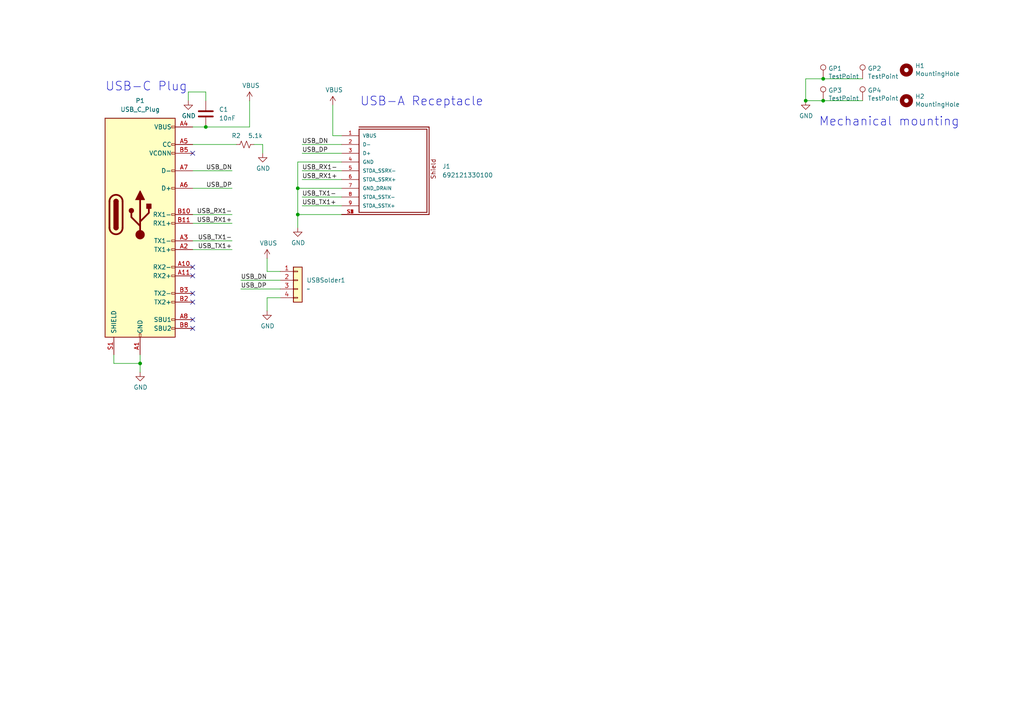
<source format=kicad_sch>
(kicad_sch (version 20250114) (generator "eeschema") (generator_version "9.0")
  (paper "A4")
  (title_block (title "Expansion Card Template") (date "2020-12-12") (rev "X1") (company "Framework") (comment 1 "This work is licensed under a Creative Commons Attribution 4.0 International License") (comment 4 "https://frame.work"))
  (lib_symbols
    (symbol "692121330100:692121330100" (pin_names (offset 1.016))
      (property "Reference" "J" (at 0 13.97 0))
      (property "Value" "692121330100" (at 0 -15.24 0))
      (symbol "692121330100_0_0"
        (polyline (pts (xy -10.16 12.065) (xy 9.525 12.065)) (stroke (width 0.254)))
        (polyline (pts (xy -10.16 -12.065) (xy -10.16 12.065)) (stroke (width 0.254)))
        (polyline (pts (xy 9.525 12.065) (xy 9.525 -12.065)) (stroke (width 0.254)))
        (polyline (pts (xy 9.525 -12.065) (xy -10.16 -12.065)) (stroke (width 0.254)))
        (polyline (pts (xy 10.16 12.7) (xy -10.16 12.7)) (stroke (width 0.254)))
        (polyline (pts (xy 10.16 12.7) (xy 10.16 -12.7)) (stroke (width 0.254)))
        (polyline (pts (xy 10.16 -12.7) (xy -10.16 -12.7)) (stroke (width 0.254)))
        (text "Shield" (at 12.14 -2.5 900) (effects (font (size 1.27 1.27)) (justify left bottom)))
        (pin passive line (at -15.24 10.16 0) (length 5.08) (name "VBUS") (number "1"))
        (pin passive line (at -15.24 7.62 0) (length 5.08) (name "D-") (number "2"))
        (pin passive line (at -15.24 5.08 0) (length 5.08) (name "D+") (number "3"))
        (pin passive line (at -15.24 2.54 0) (length 5.08) (name "GND") (number "4"))
        (pin passive line (at -15.24 0 0) (length 5.08) (name "STDA_SSRX-") (number "5"))
        (pin passive line (at -15.24 -2.54 0) (length 5.08) (name "STDA_SSRX+") (number "6"))
        (pin passive line (at -15.24 -5.08 0) (length 5.08) (name "GND_DRAIN") (number "7"))
        (pin passive line (at -15.24 -7.62 0) (length 5.08) (name "STDA_SSTX-") (number "8"))
        (pin passive line (at -15.24 -10.16 0) (length 5.08) (name "STDA_SSTX+") (number "9"))
        (pin passive line (at -15.24 -12.7 0) (length 5.08) (name "~") (number "S1"))
        (pin passive line (at -15.24 -12.7 0) (length 5.08) (name "~") (number "S2"))
        (pin passive line (at -15.24 -12.7 0) (length 5.08) (name "~") (number "S3"))
        (pin passive line (at -15.24 -12.7 0) (length 5.08) (name "~") (number "S4"))
      )
    )
    (symbol "Connector:TestPoint" (pin_numbers (hide yes)) (pin_names (offset 0.762) (hide yes))
      (property "Reference" "TP" (at 0 6.858 0))
      (property "Value" "TestPoint" (at 0 5.08 0))
      (symbol "TestPoint_0_1"
        (circle (center 0 3.302) (radius 0.762))
      )
      (symbol "TestPoint_1_1"
        (pin passive line (at 0 0 90) (length 2.54) (name "1") (number "1"))
      )
    )
    (symbol "Connector:USB_C_Plug" (pin_names (offset 1.016))
      (property "Reference" "P" (at -10.16 29.21 0))
      (property "Value" "USB_C_Plug" (at 10.16 29.21 0))
      (symbol "USB_C_Plug_0_0"
        (rectangle (start -0.254 -35.56) (end 0.254 -34.544))
        (rectangle (start 10.16 25.654) (end 9.144 25.146))
        (rectangle (start 10.16 20.574) (end 9.144 20.066))
        (rectangle (start 10.16 18.034) (end 9.144 17.526))
        (rectangle (start 10.16 12.954) (end 9.144 12.446))
        (rectangle (start 10.16 7.874) (end 9.144 7.366))
        (rectangle (start 10.16 0.254) (end 9.144 -0.254))
        (rectangle (start 10.16 -2.286) (end 9.144 -2.794))
        (rectangle (start 10.16 -7.366) (end 9.144 -7.874))
        (rectangle (start 10.16 -9.906) (end 9.144 -10.414))
        (rectangle (start 10.16 -14.986) (end 9.144 -15.494))
        (rectangle (start 10.16 -17.526) (end 9.144 -18.034))
        (rectangle (start 10.16 -22.606) (end 9.144 -23.114))
        (rectangle (start 10.16 -25.146) (end 9.144 -25.654))
        (rectangle (start 10.16 -30.226) (end 9.144 -30.734))
        (rectangle (start 10.16 -32.766) (end 9.144 -33.274))
      )
      (symbol "USB_C_Plug_0_1"
        (rectangle (start -10.16 27.94) (end 10.16 -35.56) (stroke (width 0.254)) (fill (type background)))
        (polyline (pts (xy -8.89 -3.81) (xy -8.89 3.81)) (stroke (width 0.508)))
        (rectangle (start -7.62 -3.81) (end -6.35 3.81) (stroke (width 0.254)) (fill (type outline)))
        (arc (start -7.62 3.81) (mid -6.985 4.4423) (end -6.35 3.81) (stroke (width 0.254)))
        (arc (start -7.62 3.81) (mid -6.985 4.4423) (end -6.35 3.81) (stroke (width 0.254)) (fill (type outline)))
        (arc (start -8.89 3.81) (mid -6.985 5.7067) (end -5.08 3.81) (stroke (width 0.508)))
        (arc (start -5.08 -3.81) (mid -6.985 -5.7067) (end -8.89 -3.81) (stroke (width 0.508)))
        (arc (start -6.35 -3.81) (mid -6.985 -4.4423) (end -7.62 -3.81) (stroke (width 0.254)))
        (arc (start -6.35 -3.81) (mid -6.985 -4.4423) (end -7.62 -3.81) (stroke (width 0.254)) (fill (type outline)))
        (polyline (pts (xy -5.08 3.81) (xy -5.08 -3.81)) (stroke (width 0.508)))
      )
      (symbol "USB_C_Plug_1_1"
        (circle (center -2.54 1.143) (radius 0.635) (stroke (width 0.254)) (fill (type outline)))
        (polyline (pts (xy -1.27 4.318) (xy 0 6.858) (xy 1.27 4.318) (xy -1.27 4.318)) (stroke (width 0.254)) (fill (type outline)))
        (polyline (pts (xy 0 -2.032) (xy 2.54 0.508) (xy 2.54 1.778)) (stroke (width 0.508)))
        (polyline (pts (xy 0 -3.302) (xy -2.54 -0.762) (xy -2.54 0.508)) (stroke (width 0.508)))
        (polyline (pts (xy 0 -5.842) (xy 0 4.318)) (stroke (width 0.508)))
        (circle (center 0 -5.842) (radius 1.27) (fill (type outline)))
        (rectangle (start 1.905 1.778) (end 3.175 3.048) (stroke (width 0.254)) (fill (type outline)))
        (pin passive line (at -7.62 -40.64 90) (length 5.08) (name "SHIELD") (number "S1"))
        (pin passive line (at 0 -40.64 90) (length 5.08) (name "GND") (number "A1"))
        (pin passive line (at 0 -40.64 90) (length 5.08) (hide yes) (name "GND") (number "A12"))
        (pin passive line (at 0 -40.64 90) (length 5.08) (hide yes) (name "GND") (number "B1"))
        (pin passive line (at 0 -40.64 90) (length 5.08) (hide yes) (name "GND") (number "B12"))
        (pin passive line (at 15.24 25.4 180) (length 5.08) (name "VBUS") (number "A4"))
        (pin passive line (at 15.24 25.4 180) (length 5.08) (hide yes) (name "VBUS") (number "A9"))
        (pin passive line (at 15.24 25.4 180) (length 5.08) (hide yes) (name "VBUS") (number "B4"))
        (pin passive line (at 15.24 25.4 180) (length 5.08) (hide yes) (name "VBUS") (number "B9"))
        (pin bidirectional line (at 15.24 20.32 180) (length 5.08) (name "CC") (number "A5"))
        (pin bidirectional line (at 15.24 17.78 180) (length 5.08) (name "VCONN") (number "B5"))
        (pin bidirectional line (at 15.24 12.7 180) (length 5.08) (name "D-") (number "A7"))
        (pin bidirectional line (at 15.24 7.62 180) (length 5.08) (name "D+") (number "A6"))
        (pin bidirectional line (at 15.24 0 180) (length 5.08) (name "RX1-") (number "B10"))
        (pin bidirectional line (at 15.24 -2.54 180) (length 5.08) (name "RX1+") (number "B11"))
        (pin bidirectional line (at 15.24 -7.62 180) (length 5.08) (name "TX1-") (number "A3"))
        (pin bidirectional line (at 15.24 -10.16 180) (length 5.08) (name "TX1+") (number "A2"))
        (pin bidirectional line (at 15.24 -15.24 180) (length 5.08) (name "RX2-") (number "A10"))
        (pin bidirectional line (at 15.24 -17.78 180) (length 5.08) (name "RX2+") (number "A11"))
        (pin bidirectional line (at 15.24 -22.86 180) (length 5.08) (name "TX2-") (number "B3"))
        (pin bidirectional line (at 15.24 -25.4 180) (length 5.08) (name "TX2+") (number "B2"))
        (pin bidirectional line (at 15.24 -30.48 180) (length 5.08) (name "SBU1") (number "A8"))
        (pin bidirectional line (at 15.24 -33.02 180) (length 5.08) (name "SBU2") (number "B8"))
      )
    )
    (symbol "Connector_Generic:Conn_01x04" (pin_names (offset 1.016) (hide yes))
      (property "Reference" "J" (at 0 5.08 0))
      (property "Value" "Conn_01x04" (at 0 -7.62 0))
      (symbol "Conn_01x04_1_1"
        (rectangle (start -1.27 3.81) (end 1.27 -6.35) (stroke (width 0.254)) (fill (type background)))
        (rectangle (start -1.27 2.667) (end 0 2.413) (stroke (width 0.1524)))
        (rectangle (start -1.27 0.127) (end 0 -0.127) (stroke (width 0.1524)))
        (rectangle (start -1.27 -2.413) (end 0 -2.667) (stroke (width 0.1524)))
        (rectangle (start -1.27 -4.953) (end 0 -5.207) (stroke (width 0.1524)))
        (pin passive line (at -5.08 2.54 0) (length 3.81) (name "Pin_1") (number "1"))
        (pin passive line (at -5.08 0 0) (length 3.81) (name "Pin_2") (number "2"))
        (pin passive line (at -5.08 -2.54 0) (length 3.81) (name "Pin_3") (number "3"))
        (pin passive line (at -5.08 -5.08 0) (length 3.81) (name "Pin_4") (number "4"))
      )
    )
    (symbol "Device:C" (pin_numbers (hide yes)) (pin_names (offset 0.254))
      (property "Reference" "C" (at 0.635 2.54 0))
      (property "Value" "C" (at 0.635 -2.54 0))
      (symbol "C_0_1"
        (polyline (pts (xy -2.032 0.762) (xy 2.032 0.762)) (stroke (width 0.508)))
        (polyline (pts (xy -2.032 -0.762) (xy 2.032 -0.762)) (stroke (width 0.508)))
      )
      (symbol "C_1_1"
        (pin passive line (at 0 3.81 270) (length 2.794) (name "~") (number "1"))
        (pin passive line (at 0 -3.81 90) (length 2.794) (name "~") (number "2"))
      )
    )
    (symbol "Device:R_Small_US" (pin_numbers (hide yes)) (pin_names (offset 0.254) (hide yes))
      (property "Reference" "R" (at 0.762 0.508 0))
      (property "Value" "R_Small_US" (at 0.762 -1.016 0))
      (symbol "R_Small_US_1_1"
        (polyline (pts (xy 0 1.524) (xy 1.016 1.143) (xy 0 0.762) (xy -1.016 0.381) (xy 0 0)))
        (polyline (pts (xy 0 0) (xy 1.016 -0.381) (xy 0 -0.762) (xy -1.016 -1.143) (xy 0 -1.524)))
        (pin passive line (at 0 2.54 270) (length 1.016) (name "~") (number "1"))
        (pin passive line (at 0 -2.54 90) (length 1.016) (name "~") (number "2"))
      )
    )
    (symbol "Mechanical:MountingHole" (pin_names (offset 1.016)) (in_bom no)
      (property "Reference" "H" (at 0 5.08 0))
      (property "Value" "MountingHole" (at 0 3.175 0))
      (symbol "MountingHole_0_1"
        (circle (center 0 0) (radius 1.27) (stroke (width 1.27)))
      )
    )
    (symbol "power:GND" (power) (pin_numbers (hide yes)) (pin_names (offset 0) (hide yes))
      (property "Value" "GND" (at 0 -3.81 0))
      (symbol "GND_0_1"
        (polyline (pts (xy 0 0) (xy 0 -1.27) (xy 1.27 -1.27) (xy 0 -2.54) (xy -1.27 -1.27) (xy 0 -1.27)))
      )
      (symbol "GND_1_1"
        (pin power_in line (at 0 0 270) (length 0) (name "~") (number "1"))
      )
    )
    (symbol "power:VBUS" (power) (pin_numbers (hide yes)) (pin_names (offset 0) (hide yes))
      (property "Value" "VBUS" (at 0 3.556 0))
      (symbol "VBUS_0_1"
        (polyline (pts (xy -0.762 1.27) (xy 0 2.54)))
        (polyline (pts (xy 0 2.54) (xy 0.762 1.27)))
        (polyline (pts (xy 0 0) (xy 0 2.54)))
      )
      (symbol "VBUS_1_1"
        (pin power_in line (at 0 0 90) (length 0) (name "~") (number "1"))
      )
    )
  )
  (text "USB-A Receptacle" (at 104.394 30.988 0) (effects (font (size 2.54 2.54)) (justify left bottom)))
  (text "Mechanical mounting" (at 237.49 36.83 0) (effects (font (size 2.54 2.54)) (justify left bottom)))
  (text "USB-C Plug" (at 30.48 26.67 0) (effects (font (size 2.54 2.54)) (justify left bottom)))
  (junction (at 86.36 54.61))
  (junction (at 40.64 105.41))
  (junction (at 86.36 62.23))
  (junction (at 238.76 29.21))
  (junction (at 238.76 22.86))
  (junction (at 233.68 29.21))
  (junction (at 59.69 36.83))
  (no_connect (at 55.88 87.63))
  (no_connect (at 55.88 92.71))
  (no_connect (at 55.88 44.45))
  (no_connect (at 55.88 85.09))
  (no_connect (at 55.88 80.01))
  (no_connect (at 55.88 95.25))
  (no_connect (at 55.88 77.47))
  (wire (pts (xy 55.88 72.39) (xy 67.31 72.39)))
  (wire (pts (xy 233.68 22.86) (xy 233.68 29.21)))
  (wire (pts (xy 81.28 83.82) (xy 69.85 83.82)))
  (wire (pts (xy 86.36 62.23) (xy 86.36 66.04)))
  (wire (pts (xy 87.63 59.69) (xy 99.06 59.69)))
  (wire (pts (xy 238.76 22.86) (xy 233.68 22.86)))
  (wire (pts (xy 40.64 107.95) (xy 40.64 105.41)))
  (wire (pts (xy 59.69 26.67) (xy 54.61 26.67)))
  (wire (pts (xy 250.19 29.21) (xy 238.76 29.21)))
  (wire (pts (xy 73.66 41.91) (xy 76.2 41.91)))
  (wire (pts (xy 40.64 105.41) (xy 40.64 102.87)))
  (wire (pts (xy 55.88 64.77) (xy 67.31 64.77)))
  (wire (pts (xy 33.02 102.87) (xy 33.02 105.41)))
  (wire (pts (xy 99.06 49.53) (xy 87.63 49.53)))
  (wire (pts (xy 87.63 57.15) (xy 99.06 57.15)))
  (wire (pts (xy 86.36 54.61) (xy 86.36 46.99)))
  (wire (pts (xy 72.39 36.83) (xy 72.39 29.21)))
  (wire (pts (xy 96.52 39.37) (xy 99.06 39.37)))
  (wire (pts (xy 99.06 41.91) (xy 87.63 41.91)))
  (wire (pts (xy 99.06 54.61) (xy 86.36 54.61)))
  (wire (pts (xy 99.06 62.23) (xy 86.36 62.23)))
  (wire (pts (xy 54.61 26.67) (xy 54.61 29.21)))
  (wire (pts (xy 55.88 36.83) (xy 59.69 36.83)))
  (wire (pts (xy 76.2 41.91) (xy 76.2 44.45)))
  (wire (pts (xy 250.19 22.86) (xy 238.76 22.86)))
  (wire (pts (xy 77.47 86.36) (xy 77.47 90.17)))
  (wire (pts (xy 77.47 78.74) (xy 77.47 74.93)))
  (wire (pts (xy 99.06 52.07) (xy 87.63 52.07)))
  (wire (pts (xy 96.52 30.48) (xy 96.52 39.37)))
  (wire (pts (xy 99.06 44.45) (xy 87.63 44.45)))
  (wire (pts (xy 55.88 54.61) (xy 67.31 54.61)))
  (wire (pts (xy 86.36 62.23) (xy 86.36 54.61)))
  (wire (pts (xy 86.36 46.99) (xy 99.06 46.99)))
  (wire (pts (xy 59.69 36.83) (xy 72.39 36.83)))
  (wire (pts (xy 238.76 29.21) (xy 233.68 29.21)))
  (wire (pts (xy 59.69 29.21) (xy 59.69 26.67)))
  (wire (pts (xy 81.28 78.74) (xy 77.47 78.74)))
  (wire (pts (xy 55.88 49.53) (xy 67.31 49.53)))
  (wire (pts (xy 77.47 86.36) (xy 81.28 86.36)))
  (wire (pts (xy 81.28 81.28) (xy 69.85 81.28)))
  (wire (pts (xy 55.88 62.23) (xy 67.31 62.23)))
  (wire (pts (xy 55.88 69.85) (xy 67.31 69.85)))
  (wire (pts (xy 55.88 41.91) (xy 68.58 41.91)))
  (wire (pts (xy 33.02 105.41) (xy 40.64 105.41)))
  (label "USB_DN" (at 87.63 41.91 0))
  (label "USB_TX1+" (at 87.63 59.69 0))
  (label "USB_RX1+" (at 87.63 52.07 0))
  (label "USB_TX1+" (at 67.31 72.39 180))
  (label "USB_TX1-" (at 67.31 69.85 180))
  (label "USB_DP" (at 67.31 54.61 180))
  (label "USB_DP" (at 87.63 44.45 0))
  (label "USB_TX1-" (at 87.63 57.15 0))
  (label "USB_RX1-" (at 87.63 49.53 0))
  (label "USB_RX1+" (at 67.31 64.77 180))
  (label "USB_DP" (at 69.85 83.82 0))
  (label "USB_RX1-" (at 67.31 62.23 180))
  (label "USB_DN" (at 69.85 81.28 0))
  (label "USB_DN" (at 67.31 49.53 180))
  (symbol (lib_id "Mechanical:MountingHole") (at 262.89 20.32 0) (unit 1)
    (property "Reference" "H1" (at 265.43 19.0754 0) (effects (justify left)))
    (property "Value" "MountingHole" (at 265.43 21.3868 0) (effects (justify left)))
    (property "Footprint" "MountingHole:MountingHole_2.2mm_M2" (effects (hide yes)))
  )
  (symbol (lib_id "Mechanical:MountingHole") (at 262.89 29.21 0) (unit 1)
    (property "Reference" "H2" (at 265.43 27.9654 0) (effects (justify left)))
    (property "Value" "MountingHole" (at 265.43 30.2768 0) (effects (justify left)))
    (property "Footprint" "MountingHole:MountingHole_2.2mm_M2" (effects (hide yes)))
  )
  (symbol (lib_id "Connector:TestPoint") (at 250.19 22.86 0) (unit 1)
    (property "Reference" "GP2" (at 251.6632 19.8628 0) (effects (justify left)))
    (property "Value" "TestPoint" (at 251.6632 22.1742 0) (effects (justify left)))
    (property "Footprint" "TestPoint:TestPoint_Pad_1.5x1.5mm" (effects (hide yes)))
  )
  (symbol (lib_id "Connector:TestPoint") (at 238.76 22.86 0) (unit 1)
    (property "Reference" "GP1" (at 240.2332 19.8628 0) (effects (justify left)))
    (property "Value" "TestPoint" (at 240.2332 22.1742 0) (effects (justify left)))
    (property "Footprint" "TestPoint:TestPoint_Pad_1.5x1.5mm" (effects (hide yes)))
  )
  (symbol (lib_id "Connector:TestPoint") (at 238.76 29.21 0) (unit 1)
    (property "Reference" "GP3" (at 240.2332 26.2128 0) (effects (justify left)))
    (property "Value" "TestPoint" (at 240.2332 28.5242 0) (effects (justify left)))
    (property "Footprint" "TestPoint:TestPoint_Pad_1.5x1.5mm" (effects (hide yes)))
  )
  (symbol (lib_id "Connector:TestPoint") (at 250.19 29.21 0) (unit 1)
    (property "Reference" "GP4" (at 251.6632 26.2128 0) (effects (justify left)))
    (property "Value" "TestPoint" (at 251.6632 28.5242 0) (effects (justify left)))
    (property "Footprint" "TestPoint:TestPoint_Pad_1.5x1.5mm" (effects (hide yes)))
  )
  (symbol (lib_id "power:GND") (at 233.68 29.21 0) (unit 1)
    (property "Reference" "#PWR0101" (effects (hide yes)))
    (property "Value" "GND" (at 233.807 33.6042 0))
  )
  (symbol (lib_id "power:GND") (at 77.47 90.17 0) (unit 1)
    (property "Reference" "#PWR07" (effects (hide yes)))
    (property "Value" "GND" (at 77.597 94.5642 0))
  )
  (symbol (lib_id "power:GND") (at 86.36 66.04 0) (unit 1)
    (property "Reference" "#PWR02" (effects (hide yes)))
    (property "Value" "GND" (at 86.487 70.4342 0))
  )
  (symbol (lib_id "Device:R_Small_US") (at 71.12 41.91 90) (unit 1)
    (property "Reference" "R2" (at 69.85 39.37 90) (effects (justify left)))
    (property "Value" "5.1k" (at 76.2 39.37 90) (effects (justify left)))
    (property "Footprint" "R_1206_3216Metric_Pad1.30x1.75mm_HandSolder" (effects (hide yes)))
  )
  (symbol (lib_id "692121330100:692121330100") (at 114.3 49.53 0) (unit 1)
    (property "Reference" "J1" (at 128.27 48.2599 0) (effects (justify left)))
    (property "Value" "692121330100" (at 128.27 50.7999 0) (effects (justify left)))
    (property "Footprint" "692121330100" (effects (hide yes)))
  )
  (symbol (lib_id "power:VBUS") (at 96.52 30.48 0) (unit 1)
    (property "Reference" "#PWR01" (effects (hide yes)))
    (property "Value" "VBUS" (at 96.901 26.0858 0))
  )
  (symbol (lib_id "power:VBUS") (at 72.39 29.21 0) (unit 1)
    (property "Reference" "#PWR06" (effects (hide yes)))
    (property "Value" "VBUS" (at 72.771 24.8158 0))
  )
  (symbol (lib_id "Connector:USB_C_Plug") (at 40.64 62.23 0) (unit 1)
    (property "Reference" "P1" (at 40.64 29.21 0))
    (property "Value" "USB_C_Plug" (at 40.64 31.75 0))
    (property "Footprint" "Expansion_Card:USB_C_Plug_Molex_105444" (effects (hide yes)))
    (property "Datasheet" "https://www.usb.org/sites/default/files/documents/usb_type-c.zip" (effects (hide yes)))
    (property "Description" "USB Type-C Plug connector" (effects (hide yes)))
  )
  (symbol (lib_id "power:VBUS") (at 77.47 74.93 0) (unit 1)
    (property "Reference" "#PWR08" (effects (hide yes)))
    (property "Value" "VBUS" (at 77.851 70.5358 0))
  )
  (symbol (lib_id "power:GND") (at 76.2 44.45 0) (unit 1)
    (property "Reference" "#PWR05" (effects (hide yes)))
    (property "Value" "GND" (at 76.327 48.8442 0))
  )
  (symbol (lib_id "Device:C") (at 59.69 33.02 180) (unit 1)
    (property "Reference" "C1" (at 63.5 31.7499 0) (effects (justify right)))
    (property "Value" "10nF" (at 63.5 34.2899 0) (effects (justify right)))
    (property "Footprint" "C_1206_3216Metric_Pad1.33x1.80mm_HandSolder" (effects (hide yes)))
    (property "Description" "Unpolarized capacitor" (effects (hide yes)))
  )
  (symbol (lib_id "power:GND") (at 54.61 29.21 0) (unit 1)
    (property "Reference" "#PWR03" (effects (hide yes)))
    (property "Value" "GND" (at 54.737 33.6042 0))
  )
  (symbol (lib_id "power:GND") (at 40.64 107.95 0) (unit 1)
    (property "Reference" "#PWR04" (effects (hide yes)))
    (property "Value" "GND" (at 40.767 112.3442 0))
  )
  (symbol (lib_id "Connector_Generic:Conn_01x04") (at 86.36 81.28 0) (unit 1)
    (property "Reference" "USBSolder1" (at 88.9 81.2799 0) (effects (justify left)))
    (property "Value" "~" (at 88.9 83.8199 0) (effects (justify left)))
    (property "Footprint" "USB_A_PCB_Edge_receptacle" (effects (hide yes)))
    (property "Description" "Generic connector, single row, 01x04, script generated (kicad-library-utils/schlib/autogen/connector/)" (effects (hide yes)))
  )
)
</source>
